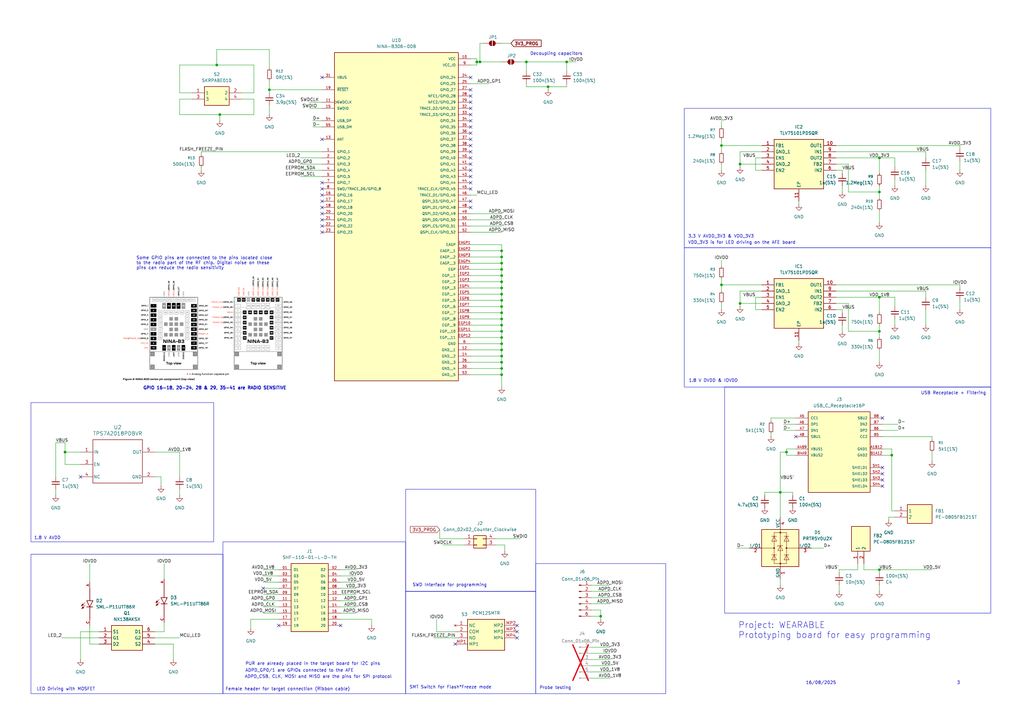
<source format=kicad_sch>
(kicad_sch (version 20250114) (generator "eeschema") (generator_version "9.0")
  (paper "A3")
  (rectangle (start 280.67 101.6) (end 406.4 158.75))
  (rectangle (start 91.44 222.25) (end 166.37 284.48))
  (rectangle (start 12.7 165.1) (end 87.63 222.25))
  (rectangle (start 166.37 242.57) (end 219.71 284.48))
  (rectangle (start 219.71 231.14) (end 273.05 284.48))
  (rectangle (start 297.18 158.75) (end 406.4 251.46))
  (rectangle (start 280.67 44.45) (end 406.4 101.6))
  (rectangle (start 166.37 200.66) (end 219.71 242.57))
  (rectangle (start 12.7 227.33) (end 91.44 284.48))
  (text "SMT Switch for Flash*Freeze mode" (at 167.894 281.94 0) (effects (font (size 1.27 1.27)) (justify left)))
  (text "Female header for target connection (Ribbon cable)\n" (at 92.456 282.702 0) (effects (font (size 1.27 1.27)) (justify left)))
  (text "ADPD_GP0/1 are GPIOs connected to the AFE" (at 100.584 275.082 0) (effects (font (size 1.27 1.27)) (justify left)))
  (text "3.3 V AVDD_3V3 & VDD_3V3" (at 282.194 97.028 0) (effects (font (size 1.27 1.27)) (justify left)))
  (text "Project: WEARABLE\nPrototyping board for easy programming\n" (at 302.768 258.572 0) (effects (font (size 2.54 2.54)) (justify left)))
  (text "PUR are already placed in the target board for I2C pins" (at 100.584 272.288 0) (effects (font (size 1.27 1.27)) (justify left)))
  (text "Some GPIO pins are connected to the pins located close\nto the radio part of the RF chip. Digital noise on these\npins can reduce the radio sensitivity" (at 55.88 107.95 0) (effects (font (size 1.27 1.27)) (justify left)))
  (text "LED Driving with MOSFET\n" (at 14.986 282.702 0) (effects (font (size 1.27 1.27)) (justify left)))
  (text "Decoupling capacitors\n" (at 217.424 22.098 0) (effects (font (size 1.27 1.27)) (justify left)))
  (text "ADPD_CSB, CLK, MOSI and MISO are the pins for SPI protocol" (at 100.33 277.622 0) (effects (font (size 1.27 1.27)) (justify left)))
  (text "3" (at 392.43 280.162 0) (effects (font (size 1.27 1.27)) (justify left)))
  (text "VDD_3V3 is for LED driving on the AFE board" (at 282.194 99.568 0) (effects (font (size 1.27 1.27)) (justify left)))
  (text "Probe testing" (at 221.234 282.194 0) (effects (font (size 1.27 1.27)) (justify left)))
  (text "1.8 V AVDD" (at 13.97 220.726 0) (effects (font (size 1.27 1.27)) (justify left)))
  (text "SWD Interface for programming" (at 169.164 240.03 0) (effects (font (size 1.27 1.27)) (justify left)))
  (text "GPIO 16-18, 20-24, 28 & 29, 35-41 are RADIO SENSITIVE" (at 58.674 159.258 0) (effects (font (size 1.27 1.27) (thickness 0.254) (bold yes)) (justify left)))
  (text "1.8 V DVDD & IOVDD" (at 282.448 156.21 0) (effects (font (size 1.27 1.27)) (justify left)))
  (text "USB Receptacle + Filtering" (at 377.698 161.29 0) (effects (font (size 1.27 1.27)) (justify left)))
  (text "16/08/2025\n" (at 330.454 280.162 0) (effects (font (size 1.27 1.27)) (justify left)))
  (junction (at 303.53 124.46))
  (junction (at 205.74 125.73))
  (junction (at 224.79 35.56))
  (junction (at 365.76 186.69))
  (junction (at 246.38 252.73))
  (junction (at 205.74 102.87))
  (junction (at 360.68 233.68))
  (junction (at 205.74 107.95))
  (junction (at 360.68 64.77))
  (junction (at 205.74 120.65))
  (junction (at 205.74 115.57))
  (junction (at 295.91 59.69))
  (junction (at 205.74 118.11))
  (junction (at 110.49 36.83))
  (junction (at 205.74 128.27))
  (junction (at 303.53 67.31))
  (junction (at 195.58 25.4))
  (junction (at 205.74 105.41))
  (junction (at 88.9 26.67))
  (junction (at 205.74 148.59))
  (junction (at 205.74 123.19))
  (junction (at 360.68 135.89))
  (junction (at 205.74 110.49))
  (junction (at 295.91 116.84))
  (junction (at 205.74 113.03))
  (junction (at 205.74 146.05))
  (junction (at 205.74 140.97))
  (junction (at 232.41 25.4))
  (junction (at 360.68 78.74))
  (junction (at 205.74 133.35))
  (junction (at 205.74 138.43))
  (junction (at 205.74 153.67))
  (junction (at 215.9 25.4))
  (junction (at 320.04 201.93))
  (junction (at 196.85 25.4))
  (junction (at 360.68 121.92))
  (junction (at 205.74 130.81))
  (junction (at 90.17 46.99))
  (junction (at 322.58 185.42))
  (junction (at 205.74 151.13))
  (junction (at 26.67 185.42))
  (junction (at 205.74 135.89))
  (junction (at 205.74 143.51))
  (no_connect (at 107.95 241.3))
  (no_connect (at 193.04 62.23))
  (no_connect (at 132.08 87.63))
  (no_connect (at 193.04 67.31))
  (no_connect (at 193.04 39.37))
  (no_connect (at 193.04 72.39))
  (no_connect (at 212.09 259.08))
  (no_connect (at 132.08 80.01))
  (no_connect (at 193.04 64.77))
  (no_connect (at 132.08 77.47))
  (no_connect (at 193.04 41.91))
  (no_connect (at 326.39 179.07))
  (no_connect (at 212.09 261.62))
  (no_connect (at 212.09 256.54))
  (no_connect (at 193.04 31.75))
  (no_connect (at 193.04 59.69))
  (no_connect (at 193.04 36.83))
  (no_connect (at 193.04 85.09))
  (no_connect (at 361.95 196.85))
  (no_connect (at 132.08 31.75))
  (no_connect (at 361.95 199.39))
  (no_connect (at 132.08 92.71))
  (no_connect (at 193.04 54.61))
  (no_connect (at 33.02 195.58))
  (no_connect (at 132.08 85.09))
  (no_connect (at 132.08 90.17))
  (no_connect (at 361.95 191.77))
  (no_connect (at 193.04 77.47))
  (no_connect (at 361.95 171.45))
  (no_connect (at 132.08 95.25))
  (no_connect (at 361.95 194.31))
  (no_connect (at 132.08 82.55))
  (no_connect (at 193.04 44.45))
  (no_connect (at 193.04 57.15))
  (no_connect (at 132.08 74.93))
  (no_connect (at 193.04 74.93))
  (no_connect (at 186.69 264.16))
  (no_connect (at 139.7 256.54))
  (no_connect (at 193.04 82.55))
  (no_connect (at 193.04 46.99))
  (no_connect (at 132.08 57.15))
  (no_connect (at 193.04 69.85))
  (no_connect (at 193.04 52.07))
  (no_connect (at 193.04 49.53))
  (no_connect (at 114.3 256.54))
  (wire (pts (xy 82.55 62.23) (xy 82.55 63.5)))
  (wire (pts (xy 193.04 34.29) (xy 200.66 34.29)))
  (wire (pts (xy 146.05 233.68) (xy 139.7 233.68)))
  (wire (pts (xy 82.55 68.58) (xy 82.55 69.85)))
  (wire (pts (xy 360.68 86.36) (xy 360.68 91.44)))
  (wire (pts (xy 193.04 100.33) (xy 205.74 100.33)))
  (wire (pts (xy 193.04 118.11) (xy 205.74 118.11)))
  (wire (pts (xy 193.04 138.43) (xy 205.74 138.43)))
  (wire (pts (xy 193.04 146.05) (xy 205.74 146.05)))
  (wire (pts (xy 146.05 248.92) (xy 139.7 248.92)))
  (wire (pts (xy 320.04 201.93) (xy 325.12 201.93)))
  (wire (pts (xy 303.53 119.38) (xy 312.42 119.38)))
  (wire (pts (xy 82.55 62.23) (xy 132.08 62.23)))
  (wire (pts (xy 325.12 201.93) (xy 325.12 203.2)))
  (wire (pts (xy 345.44 127) (xy 345.44 128.27)))
  (wire (pts (xy 205.74 115.57) (xy 205.74 118.11)))
  (wire (pts (xy 205.74 140.97) (xy 205.74 143.51)))
  (wire (pts (xy 342.9 64.77) (xy 360.68 64.77)))
  (wire (pts (xy 303.53 124.46) (xy 303.53 119.38)))
  (wire (pts (xy 193.04 120.65) (xy 205.74 120.65)))
  (wire (pts (xy 33.02 259.08) (xy 33.02 270.51)))
  (wire (pts (xy 232.41 35.56) (xy 232.41 34.29)))
  (wire (pts (xy 242.57 265.43) (xy 250.19 265.43)))
  (wire (pts (xy 312.42 69.85) (xy 309.88 69.85)))
  (wire (pts (xy 128.27 49.53) (xy 132.08 49.53)))
  (wire (pts (xy 316.23 172.72) (xy 316.23 171.45)))
  (wire (pts (xy 205.74 130.81) (xy 205.74 133.35)))
  (wire (pts (xy 312.42 127) (xy 309.88 127)))
  (wire (pts (xy 205.74 107.95) (xy 205.74 110.49)))
  (wire (pts (xy 327.66 139.7) (xy 327.66 140.97)))
  (wire (pts (xy 102.87 254) (xy 114.3 254)))
  (wire (pts (xy 327.66 82.55) (xy 327.66 83.82)))
  (wire (pts (xy 205.74 138.43) (xy 205.74 140.97)))
  (wire (pts (xy 33.02 259.08) (xy 40.64 259.08)))
  (wire (pts (xy 360.68 76.2) (xy 360.68 78.74)))
  (wire (pts (xy 382.27 185.42) (xy 382.27 189.23)))
  (wire (pts (xy 215.9 34.29) (xy 215.9 35.56)))
  (wire (pts (xy 193.04 113.03) (xy 205.74 113.03)))
  (wire (pts (xy 316.23 171.45) (xy 326.39 171.45)))
  (wire (pts (xy 205.74 17.78) (xy 209.55 17.78)))
  (wire (pts (xy 342.9 69.85) (xy 345.44 69.85)))
  (wire (pts (xy 205.74 120.65) (xy 205.74 123.19)))
  (wire (pts (xy 367.03 64.77) (xy 367.03 68.58)))
  (wire (pts (xy 242.57 250.19) (xy 246.38 250.19)))
  (wire (pts (xy 322.58 184.15) (xy 326.39 184.15)))
  (wire (pts (xy 67.31 255.27) (xy 67.31 259.08)))
  (wire (pts (xy 246.38 252.73) (xy 246.38 254)))
  (wire (pts (xy 110.49 36.83) (xy 132.08 36.83)))
  (wire (pts (xy 26.67 185.42) (xy 33.02 185.42)))
  (wire (pts (xy 309.88 69.85) (xy 309.88 64.77)))
  (wire (pts (xy 224.79 35.56) (xy 232.41 35.56)))
  (wire (pts (xy 88.9 20.32) (xy 110.49 20.32)))
  (wire (pts (xy 73.66 26.67) (xy 88.9 26.67)))
  (wire (pts (xy 25.4 261.62) (xy 40.64 261.62)))
  (wire (pts (xy 332.74 224.79) (xy 337.82 224.79)))
  (wire (pts (xy 99.06 40.64) (xy 104.14 40.64)))
  (wire (pts (xy 193.04 87.63) (xy 205.74 87.63)))
  (wire (pts (xy 67.31 231.14) (xy 67.31 237.49)))
  (wire (pts (xy 215.9 35.56) (xy 224.79 35.56)))
  (wire (pts (xy 193.04 135.89) (xy 205.74 135.89)))
  (wire (pts (xy 309.88 121.92) (xy 312.42 121.92)))
  (wire (pts (xy 205.74 110.49) (xy 205.74 113.03)))
  (wire (pts (xy 193.04 95.25) (xy 205.74 95.25)))
  (wire (pts (xy 193.04 102.87) (xy 205.74 102.87)))
  (wire (pts (xy 193.04 24.13) (xy 195.58 24.13)))
  (wire (pts (xy 360.68 64.77) (xy 360.68 71.12)))
  (wire (pts (xy 347.98 78.74) (xy 347.98 67.31)))
  (wire (pts (xy 302.26 224.79) (xy 307.34 224.79)))
  (wire (pts (xy 195.58 24.13) (xy 195.58 25.4)))
  (wire (pts (xy 342.9 62.23) (xy 379.73 62.23)))
  (wire (pts (xy 107.95 243.84) (xy 114.3 243.84)))
  (wire (pts (xy 295.91 59.69) (xy 295.91 62.23)))
  (wire (pts (xy 146.05 236.22) (xy 139.7 236.22)))
  (wire (pts (xy 40.64 264.16) (xy 36.83 264.16)))
  (wire (pts (xy 196.85 17.78) (xy 198.12 17.78)))
  (wire (pts (xy 107.95 251.46) (xy 114.3 251.46)))
  (wire (pts (xy 73.66 46.99) (xy 73.66 40.64)))
  (wire (pts (xy 205.74 102.87) (xy 205.74 105.41)))
  (wire (pts (xy 303.53 62.23) (xy 312.42 62.23)))
  (wire (pts (xy 360.68 135.89) (xy 347.98 135.89)))
  (wire (pts (xy 295.91 106.68) (xy 295.91 109.22)))
  (wire (pts (xy 104.14 26.67) (xy 104.14 38.1)))
  (wire (pts (xy 393.7 59.69) (xy 393.7 60.96)))
  (wire (pts (xy 193.04 105.41) (xy 205.74 105.41)))
  (wire (pts (xy 351.79 233.68) (xy 351.79 231.14)))
  (wire (pts (xy 193.04 148.59) (xy 205.74 148.59)))
  (wire (pts (xy 360.68 233.68) (xy 382.27 233.68)))
  (wire (pts (xy 205.74 146.05) (xy 205.74 148.59)))
  (wire (pts (xy 110.49 33.02) (xy 110.49 36.83)))
  (wire (pts (xy 361.95 173.99) (xy 368.3 173.99)))
  (wire (pts (xy 193.04 143.51) (xy 205.74 143.51)))
  (wire (pts (xy 193.04 107.95) (xy 205.74 107.95)))
  (wire (pts (xy 295.91 67.31) (xy 295.91 69.85)))
  (wire (pts (xy 342.9 116.84) (xy 393.7 116.84)))
  (wire (pts (xy 73.66 200.66) (xy 73.66 203.2)))
  (wire (pts (xy 196.85 25.4) (xy 205.74 25.4)))
  (wire (pts (xy 73.66 46.99) (xy 90.17 46.99)))
  (wire (pts (xy 107.95 246.38) (xy 114.3 246.38)))
  (wire (pts (xy 107.95 236.22) (xy 114.3 236.22)))
  (wire (pts (xy 295.91 59.69) (xy 312.42 59.69)))
  (wire (pts (xy 326.39 186.69) (xy 322.58 186.69)))
  (wire (pts (xy 242.57 270.51) (xy 250.19 270.51)))
  (wire (pts (xy 146.05 251.46) (xy 139.7 251.46)))
  (wire (pts (xy 313.69 201.93) (xy 320.04 201.93)))
  (wire (pts (xy 193.04 90.17) (xy 205.74 90.17)))
  (wire (pts (xy 22.86 200.66) (xy 22.86 203.2)))
  (wire (pts (xy 295.91 49.53) (xy 295.91 52.07)))
  (wire (pts (xy 22.86 181.61) (xy 26.67 181.61)))
  (wire (pts (xy 71.12 264.16) (xy 71.12 270.51)))
  (wire (pts (xy 342.9 119.38) (xy 379.73 119.38)))
  (wire (pts (xy 246.38 250.19) (xy 246.38 252.73)))
  (wire (pts (xy 73.66 195.58) (xy 73.66 185.42)))
  (wire (pts (xy 360.68 233.68) (xy 360.68 234.95)))
  (wire (pts (xy 379.73 62.23) (xy 379.73 64.77)))
  (wire (pts (xy 195.58 26.67) (xy 193.04 26.67)))
  (wire (pts (xy 205.74 148.59) (xy 205.74 151.13)))
  (wire (pts (xy 127 41.91) (xy 132.08 41.91)))
  (wire (pts (xy 322.58 186.69) (xy 322.58 185.42)))
  (wire (pts (xy 193.04 153.67) (xy 205.74 153.67)))
  (wire (pts (xy 107.95 248.92) (xy 114.3 248.92)))
  (wire (pts (xy 205.74 113.03) (xy 205.74 115.57)))
  (wire (pts (xy 345.44 69.85) (xy 345.44 71.12)))
  (wire (pts (xy 242.57 275.59) (xy 250.19 275.59)))
  (wire (pts (xy 361.95 179.07) (xy 382.27 179.07)))
  (wire (pts (xy 342.9 59.69) (xy 393.7 59.69)))
  (wire (pts (xy 180.34 217.17) (xy 180.34 220.98)))
  (wire (pts (xy 36.83 256.54) (xy 36.83 264.16)))
  (wire (pts (xy 193.04 130.81) (xy 205.74 130.81)))
  (wire (pts (xy 88.9 26.67) (xy 104.14 26.67)))
  (wire (pts (xy 104.14 40.64) (xy 104.14 46.99)))
  (wire (pts (xy 320.04 201.93) (xy 320.04 185.42)))
  (wire (pts (xy 242.57 242.57) (xy 250.19 242.57)))
  (wire (pts (xy 63.5 195.58) (xy 66.04 195.58)))
  (wire (pts (xy 73.66 38.1) (xy 73.66 26.67)))
  (wire (pts (xy 26.67 181.61) (xy 26.67 185.42)))
  (wire (pts (xy 110.49 43.18) (xy 110.49 46.99)))
  (wire (pts (xy 193.04 80.01) (xy 195.58 80.01)))
  (wire (pts (xy 139.7 254) (xy 152.4 254)))
  (wire (pts (xy 195.58 25.4) (xy 196.85 25.4)))
  (wire (pts (xy 393.7 116.84) (xy 393.7 118.11)))
  (wire (pts (xy 123.19 69.85) (xy 132.08 69.85)))
  (wire (pts (xy 152.4 254) (xy 152.4 256.54)))
  (wire (pts (xy 186.69 259.08) (xy 179.07 259.08)))
  (wire (pts (xy 242.57 247.65) (xy 250.19 247.65)))
  (wire (pts (xy 347.98 67.31) (xy 342.9 67.31)))
  (wire (pts (xy 193.04 133.35) (xy 205.74 133.35)))
  (wire (pts (xy 379.73 69.85) (xy 379.73 76.2)))
  (wire (pts (xy 102.87 257.81) (xy 102.87 254)))
  (wire (pts (xy 33.02 190.5) (xy 26.67 190.5)))
  (wire (pts (xy 193.04 92.71) (xy 205.74 92.71)))
  (wire (pts (xy 365.76 186.69) (xy 365.76 209.55)))
  (wire (pts (xy 146.05 238.76) (xy 139.7 238.76)))
  (wire (pts (xy 215.9 25.4) (xy 232.41 25.4)))
  (wire (pts (xy 313.69 203.2) (xy 313.69 201.93)))
  (wire (pts (xy 196.85 25.4) (xy 196.85 17.78)))
  (wire (pts (xy 364.49 212.09) (xy 367.03 212.09)))
  (wire (pts (xy 193.04 115.57) (xy 205.74 115.57)))
  (wire (pts (xy 367.03 73.66) (xy 367.03 76.2)))
  (wire (pts (xy 344.17 240.03) (xy 344.17 242.57)))
  (wire (pts (xy 193.04 140.97) (xy 205.74 140.97)))
  (wire (pts (xy 242.57 245.11) (xy 250.19 245.11)))
  (wire (pts (xy 207.01 223.52) (xy 207.01 226.06)))
  (wire (pts (xy 195.58 25.4) (xy 195.58 26.67)))
  (wire (pts (xy 110.49 38.1) (xy 110.49 36.83)))
  (wire (pts (xy 361.95 184.15) (xy 365.76 184.15)))
  (wire (pts (xy 295.91 116.84) (xy 295.91 119.38)))
  (wire (pts (xy 213.36 25.4) (xy 215.9 25.4)))
  (wire (pts (xy 177.8 261.62) (xy 186.69 261.62)))
  (wire (pts (xy 303.53 67.31) (xy 303.53 62.23)))
  (wire (pts (xy 123.19 72.39) (xy 132.08 72.39)))
  (wire (pts (xy 128.27 52.07) (xy 132.08 52.07)))
  (wire (pts (xy 295.91 57.15) (xy 295.91 59.69)))
  (wire (pts (xy 107.95 233.68) (xy 114.3 233.68)))
  (wire (pts (xy 205.74 125.73) (xy 205.74 128.27)))
  (wire (pts (xy 123.19 67.31) (xy 132.08 67.31)))
  (wire (pts (xy 88.9 26.67) (xy 88.9 20.32)))
  (wire (pts (xy 303.53 67.31) (xy 312.42 67.31)))
  (wire (pts (xy 110.49 20.32) (xy 110.49 27.94)))
  (wire (pts (xy 342.9 127) (xy 345.44 127)))
  (wire (pts (xy 360.68 133.35) (xy 360.68 135.89)))
  (wire (pts (xy 379.73 119.38) (xy 379.73 121.92)))
  (wire (pts (xy 360.68 135.89) (xy 360.68 138.43)))
  (wire (pts (xy 73.66 40.64) (xy 78.74 40.64)))
  (wire (pts (xy 360.68 78.74) (xy 360.68 81.28)))
  (wire (pts (xy 205.74 143.51) (xy 205.74 146.05)))
  (wire (pts (xy 242.57 252.73) (xy 246.38 252.73)))
  (wire (pts (xy 181.61 223.52) (xy 190.5 223.52)))
  (wire (pts (xy 63.5 259.08) (xy 67.31 259.08)))
  (wire (pts (xy 242.57 267.97) (xy 250.19 267.97)))
  (wire (pts (xy 242.57 273.05) (xy 250.19 273.05)))
  (wire (pts (xy 205.74 151.13) (xy 205.74 153.67)))
  (wire (pts (xy 36.83 231.14) (xy 36.83 238.76)))
  (wire (pts (xy 345.44 76.2) (xy 345.44 78.74)))
  (wire (pts (xy 367.03 121.92) (xy 367.03 125.73)))
  (wire (pts (xy 316.23 177.8) (xy 316.23 179.07)))
  (wire (pts (xy 146.05 243.84) (xy 139.7 243.84)))
  (wire (pts (xy 146.05 246.38) (xy 139.7 246.38)))
  (wire (pts (xy 321.31 173.99) (xy 326.39 173.99)))
  (wire (pts (xy 379.73 127) (xy 379.73 133.35)))
  (wire (pts (xy 22.86 195.58) (xy 22.86 181.61)))
  (wire (pts (xy 295.91 116.84) (xy 312.42 116.84)))
  (wire (pts (xy 344.17 234.95) (xy 344.17 233.68)))
  (wire (pts (xy 205.74 123.19) (xy 205.74 125.73)))
  (wire (pts (xy 205.74 118.11) (xy 205.74 120.65)))
  (wire (pts (xy 232.41 25.4) (xy 236.22 25.4)))
  (wire (pts (xy 205.74 128.27) (xy 205.74 130.81)))
  (wire (pts (xy 309.88 64.77) (xy 312.42 64.77)))
  (wire (pts (xy 193.04 123.19) (xy 205.74 123.19)))
  (wire (pts (xy 360.68 64.77) (xy 367.03 64.77)))
  (wire (pts (xy 90.17 46.99) (xy 104.14 46.99)))
  (wire (pts (xy 215.9 25.4) (xy 215.9 29.21)))
  (wire (pts (xy 320.04 212.09) (xy 320.04 201.93)))
  (wire (pts (xy 360.68 121.92) (xy 367.03 121.92)))
  (wire (pts (xy 321.31 176.53) (xy 326.39 176.53)))
  (wire (pts (xy 203.2 220.98) (xy 213.36 220.98)))
  (wire (pts (xy 90.17 46.99) (xy 90.17 49.53)))
  (wire (pts (xy 322.58 185.42) (xy 322.58 184.15)))
  (wire (pts (xy 360.68 143.51) (xy 360.68 148.59)))
  (wire (pts (xy 303.53 124.46) (xy 312.42 124.46)))
  (wire (pts (xy 320.04 237.49) (xy 320.04 240.03)))
  (wire (pts (xy 361.95 176.53) (xy 368.3 176.53)))
  (wire (pts (xy 63.5 261.62) (xy 73.66 261.62)))
  (wire (pts (xy 360.68 78.74) (xy 347.98 78.74)))
  (wire (pts (xy 26.67 190.5) (xy 26.67 185.42)))
  (wire (pts (xy 107.95 241.3) (xy 114.3 241.3)))
  (wire (pts (xy 393.7 66.04) (xy 393.7 69.85)))
  (wire (pts (xy 360.68 121.92) (xy 360.68 128.27)))
  (wire (pts (xy 146.05 241.3) (xy 139.7 241.3)))
  (wire (pts (xy 364.49 213.36) (xy 364.49 212.09)))
  (wire (pts (xy 303.53 68.58) (xy 303.53 67.31)))
  (wire (pts (xy 320.04 185.42) (xy 322.58 185.42)))
  (wire (pts (xy 190.5 220.98) (xy 180.34 220.98)))
  (wire (pts (xy 66.04 195.58) (xy 66.04 199.39)))
  (wire (pts (xy 127 44.45) (xy 132.08 44.45)))
  (wire (pts (xy 354.33 233.68) (xy 360.68 233.68)))
  (wire (pts (xy 361.95 186.69) (xy 365.76 186.69)))
  (wire (pts (xy 393.7 123.19) (xy 393.7 127)))
  (wire (pts (xy 345.44 133.35) (xy 345.44 135.89)))
  (wire (pts (xy 347.98 135.89) (xy 347.98 124.46)))
  (wire (pts (xy 309.88 127) (xy 309.88 121.92)))
  (wire (pts (xy 382.27 179.07) (xy 382.27 180.34)))
  (wire (pts (xy 360.68 240.03) (xy 360.68 242.57)))
  (wire (pts (xy 295.91 124.46) (xy 295.91 127)))
  (wire (pts (xy 347.98 124.46) (xy 342.9 124.46)))
  (wire (pts (xy 365.76 184.15) (xy 365.76 186.69)))
  (wire (pts (xy 193.04 128.27) (xy 205.74 128.27)))
  (wire (pts (xy 205.74 135.89) (xy 205.74 138.43)))
  (wire (pts (xy 205.74 100.33) (xy 205.74 102.87)))
  (wire (pts (xy 205.74 133.35) (xy 205.74 135.89)))
  (wire (pts (xy 73.66 185.42) (xy 63.5 185.42)))
  (wire (pts (xy 303.53 125.73) (xy 303.53 124.46)))
  (wire (pts (xy 224.79 35.56) (xy 224.79 36.83)))
  (wire (pts (xy 123.19 64.77) (xy 132.08 64.77)))
  (wire (pts (xy 295.91 114.3) (xy 295.91 116.84)))
  (wire (pts (xy 203.2 223.52) (xy 207.01 223.52)))
  (wire (pts (xy 193.04 110.49) (xy 205.74 110.49)))
  (wire (pts (xy 179.07 254) (xy 179.07 259.08)))
  (wire (pts (xy 367.03 130.81) (xy 367.03 133.35)))
  (wire (pts (xy 78.74 38.1) (xy 73.66 38.1)))
  (wire (pts (xy 242.57 240.03) (xy 250.19 240.03)))
  (wire (pts (xy 354.33 231.14) (xy 354.33 233.68)))
  (wire (pts (xy 205.74 105.41) (xy 205.74 107.95)))
  (wire (pts (xy 342.9 121.92) (xy 360.68 121.92)))
  (wire (pts (xy 205.74 153.67) (xy 205.74 158.75)))
  (wire (pts (xy 344.17 233.68) (xy 351.79 233.68)))
  (wire (pts (xy 242.57 278.13) (xy 250.19 278.13)))
  (wire (pts (xy 193.04 125.73) (xy 205.74 125.73)))
  (wire (pts (xy 63.5 264.16) (xy 71.12 264.16)))
  (wire (pts (xy 107.95 238.76) (xy 114.3 238.76)))
  (wire (pts (xy 232.41 25.4) (xy 232.41 29.21)))
  (wire (pts (xy 367.03 209.55) (xy 365.76 209.55)))
  (wire (pts (xy 104.14 38.1) (xy 99.06 38.1)))
  (wire (pts (xy 193.04 151.13) (xy 205.74 151.13)))
  (image (at 84.836 134.62) (scale 0.259656))
  (label "VDD_3V3" (at 146.05 241.3 0))
  (label "IOVDD" (at 179.07 254 0))
  (label "SWDCLK" (at 181.61 223.52 0))
  (label "ADPD_GP1" (at 200.66 34.29 0))
  (label "IOVDD" (at 67.31 231.14 0))
  (label "VDD_3V3" (at 250.19 265.43 0))
  (label "EEPROM_SDA" (at 107.95 243.84 0))
  (label "FLASH_FREEZE_PIN" (at 82.55 62.23 0))
  (label "LED_2" (at 123.19 64.77 180))
  (label "D+" (at 368.3 176.53 0))
  (label "D-" (at 302.26 224.79 0))
  (label "VBUS'" (at 320.04 196.85 0))
  (label "ADPD_MISO" (at 146.05 251.46 0))
  (label "ADPD_MOSI" (at 107.95 251.46 0))
  (label "ADPD_CLK" (at 107.95 248.92 0))
  (label "VBUS" (at 360.68 233.68 0))
  (label "VBUS" (at 345.44 127 0))
  (label "VDD_1V8" (at 360.68 121.92 0))
  (label "MCU_LED" (at 195.58 80.01 0))
  (label "AVDD_1V8" (at 250.19 278.13 0))
  (label "ADPD_CSB" (at 205.74 92.71 0))
  (label "IOVDD" (at 36.83 231.14 0))
  (label "VDD_5V" (at 107.95 238.76 0))
  (label "D+" (at 337.82 224.79 0))
  (label "ADPD_GP1" (at 146.05 246.38 0))
  (label "VBUS" (at 375.92 62.23 0))
  (label "ADPD_MISO" (at 250.19 247.65 0))
  (label "ADPD_GP0" (at 123.19 67.31 0))
  (label "ADPD_CSB" (at 146.05 248.92 0))
  (label "VBUS" (at 309.88 64.77 180))
  (label "IOVDD" (at 393.7 116.84 0))
  (label "ADPD_MOSI" (at 205.74 87.63 0))
  (label "VBUS" (at 345.44 69.85 0))
  (label "ADPD_MOSI" (at 250.19 240.03 0))
  (label "D+" (at 128.27 49.53 0))
  (label "VDD_3V3" (at 360.68 64.77 0))
  (label "AVDD_3V3" (at 393.7 59.69 0))
  (label "EEPROM_SCL" (at 146.05 243.84 0))
  (label "IOVDD" (at 295.91 106.68 0))
  (label "VDD_5V" (at 382.27 233.68 0))
  (label "VDD_1V8" (at 250.19 275.59 0))
  (label "VDD_5V" (at 250.19 273.05 0))
  (label "SWDIO" (at 127 44.45 0))
  (label "D-" (at 128.27 52.07 0))
  (label "ADPD_GP0" (at 107.95 246.38 0))
  (label "ADPD_CLK" (at 205.74 90.17 0))
  (label "VBUS" (at 309.88 121.92 180))
  (label "AVDD_1V8" (at 107.95 233.68 0))
  (label "AVDD_3V3" (at 250.19 270.51 0))
  (label "VBUS" (at 375.92 119.38 0))
  (label "SWDCLK" (at 127 41.91 0))
  (label "IOVDD" (at 236.22 25.4 0))
  (label "VDD_1V8" (at 107.95 236.22 0))
  (label "ADPD_CSB" (at 250.19 245.11 0))
  (label "ADPD_MISO" (at 205.74 95.25 0))
  (label "D-" (at 321.31 176.53 0))
  (label "AVDD_3V3" (at 146.05 233.68 0))
  (label "ADPD_CLK" (at 250.19 242.57 0))
  (label "LED_2" (at 25.4 261.62 180))
  (label "EEPROM_SDA" (at 123.19 69.85 0))
  (label "AVDD_1V8" (at 73.66 185.42 0))
  (label "IOVDD" (at 146.05 236.22 0))
  (label "AVDD_3V3" (at 295.91 49.591 0))
  (label "VDD_5V" (at 146.05 238.76 0))
  (label "VBUS" (at 22.86 181.61 0))
  (label "MCU_LED" (at 73.66 261.62 0))
  (label "EEPROM_SCL" (at 123.19 72.39 0))
  (label "VBUS'" (at 344.17 233.68 180))
  (label "SWDIO" (at 213.36 220.98 0))
  (label "IOVDD" (at 250.19 267.97 0))
  (label "D+" (at 321.31 173.99 0))
  (label "D-" (at 368.3 173.99 0))
  (label "FLASH_FREEZE_PIN" (at 177.8 261.62 0))
  (global_label "3V3_PROG" (shape input) (at 209.55 17.78 0) (effects (font (thickness 0.254) (bold yes))) (property "Intersheetrefs" "${INTERSHEET_REFS}" (effects (hide yes))))
  (global_label "3V3_PROG" (shape input) (at 180.34 217.17 180) (effects (font (thickness 0.1588))) (property "Intersheetrefs" "${INTERSHEET_REFS}" (effects (hide yes))))
  (symbol (lib_id "power:GND") (at 360.68 148.59 0) (unit 1)
    (property "Reference" "#PWR020" (effects (hide yes)))
    (property "Value" "GND" (at 360.68 153.67 0))
    (property "Description" "Power symbol creates a global label with name \"GND\" , ground" (effects (hide yes)))
  )
  (symbol (lib_id "Device:R_Small") (at 382.27 182.88 180) (unit 1)
    (property "Reference" "R1" (at 384.81 181.6099 0) (effects (font (size 1.016 1.016)) (justify right)))
    (property "Value" "5k1(1%)" (at 384.81 184.1499 0) (effects (justify right)))
    (property "Footprint" "Resistor_SMD:R_0402_1005Metric" (effects (hide yes)))
    (property "Description" "Resistor, small symbol" (effects (hide yes)))
  )
  (symbol (lib_id "power:GND") (at 327.66 140.97 0) (unit 1)
    (property "Reference" "#PWR021" (effects (hide yes)))
    (property "Value" "GND" (at 327.66 146.05 0))
    (property "Description" "Power symbol creates a global label with name \"GND\" , ground" (effects (hide yes)))
  )
  (symbol (lib_id "Device:R_Small") (at 360.68 140.97 0) (mirror y) (unit 1)
    (property "Reference" "R6" (at 358.14 139.6999 0) (effects (font (size 1.016 1.016)) (justify left)))
    (property "Value" "330k(1%)" (at 358.14 142.2399 0) (effects (justify left)))
    (property "Footprint" "Resistor_SMD:R_0402_1005Metric" (effects (hide yes)))
    (property "Description" "Resistor, small symbol" (effects (hide yes)))
  )
  (symbol (lib_id "Device:R_Small") (at 110.49 30.48 180) (unit 1)
    (property "Reference" "R12" (at 113.03 29.2099 0) (effects (font (size 1.016 1.016)) (justify right)))
    (property "Value" "0R(1%)" (at 113.03 31.7499 0) (effects (justify right)))
    (property "Footprint" "Resistor_SMD:R_0402_1005Metric" (effects (hide yes)))
    (property "Description" "Resistor, small symbol" (effects (hide yes)))
  )
  (symbol (lib_id "power:GND") (at 295.91 69.85 0) (unit 1)
    (property "Reference" "#PWR028" (effects (hide yes)))
    (property "Value" "GND" (at 295.91 74.93 0))
    (property "Description" "Power symbol creates a global label with name \"GND\" , ground" (effects (hide yes)))
  )
  (symbol (lib_id "power:GND") (at 360.68 91.44 0) (unit 1)
    (property "Reference" "#PWR032" (effects (hide yes)))
    (property "Value" "GND" (at 360.68 96.52 0))
    (property "Description" "Power symbol creates a global label with name \"GND\" , ground" (effects (hide yes)))
  )
  (symbol (lib_id "wearable:USB_C_Receptacle16P") (at 344.17 184.15 0) (unit 1)
    (property "Reference" "J3" (at 344.17 163.83 0))
    (property "Value" "USB_C_Receptacle16P" (at 344.17 166.37 0))
    (property "Footprint" "wearable:USB_C_Receptacle16P_Molex" (effects (hide yes)))
    (property "PARTREV" "A1" (effects (hide yes)))
    (property "STANDARD" "Manufacturer Recommendations" (effects (hide yes)))
    (property "MAXIMUM_PACKAGE_HEIGHT" "3.16 mm" (effects (hide yes)))
    (property "MANUFACTURER" "Molex" (effects (hide yes)))
  )
  (symbol (lib_id "Device:C_Small") (at 110.49 40.64 0) (unit 1)
    (property "Reference" "C34" (at 113.03 39.3762 0) (effects (justify left)))
    (property "Value" "3.9p(5%)" (at 113.03 41.9162 0) (effects (justify left)))
    (property "Footprint" "Capacitor_SMD:C_0402_1005Metric" (effects (hide yes)))
    (property "Description" "Unpolarized capacitor, small symbol" (effects (hide yes)))
  )
  (symbol (lib_id "power:GND") (at 325.12 208.28 0) (unit 1)
    (property "Reference" "#PWR07" (effects (hide yes)))
    (property "Value" "GND" (at 325.12 213.36 0))
    (property "Description" "Power symbol creates a global label with name \"GND\" , ground" (effects (hide yes)))
  )
  (symbol (lib_id "Device:C_Small") (at 367.03 71.12 180) (unit 1)
    (property "Reference" "C16" (at 369.316 70.866 0) (effects (justify right)))
    (property "Value" "1u(5%)" (at 368.554 73.406 0) (effects (justify right)))
    (property "Footprint" "Capacitor_SMD:C_0402_1005Metric" (effects (hide yes)))
    (property "Description" "Unpolarized capacitor, small symbol" (effects (hide yes)))
  )
  (symbol (lib_id "Device:R_Small") (at 295.91 64.77 0) (mirror y) (unit 1)
    (property "Reference" "R8" (at 293.37 63.4999 0) (effects (font (size 1.016 1.016)) (justify left)))
    (property "Value" "240k(1%)" (at 293.37 66.0399 0) (effects (justify left)))
    (property "Footprint" "Resistor_SMD:R_0402_1005Metric" (effects (hide yes)))
    (property "Description" "Resistor, small symbol" (effects (hide yes)))
  )
  (symbol (lib_id "Device:R_Small") (at 360.68 83.82 0) (mirror y) (unit 1)
    (property "Reference" "R10" (at 358.14 82.5499 0) (effects (font (size 1.016 1.016)) (justify left)))
    (property "Value" "240k(1%)" (at 358.14 85.0899 0) (effects (justify left)))
    (property "Footprint" "Resistor_SMD:R_0402_1005Metric" (effects (hide yes)))
    (property "Description" "Resistor, small symbol" (effects (hide yes)))
  )
  (symbol (lib_id "wearable:TLV75101PDSQR") (at 312.42 59.69 0) (unit 1)
    (property "Reference" "IC2" (at 327.66 52.07 0))
    (property "Value" "TLV75101PDSQR" (at 327.66 54.61 0))
    (property "Footprint" "wearable:SON40P200X200X80-11N" (effects (hide yes)))
    (property "Datasheet" "http://www.ti.com/lit/gpn/tlv751?HQS=ti-null-null-sf-df-pf-sep-wwe&DCM=yes" (effects (hide yes)))
    (property "Description" "LDO Voltage Regulators 500-mA, low-IQ, high-PSRR, adjustable, dual-channel low-dropout (LDO) voltage regulator 10-WSON -40 to 125" (effects (hide yes)))
    (property "Height" "0.8" (effects (hide yes)))
    (property "Mouser Part Number" "595-TLV75101PDSQR" (effects (hide yes)))
    (property "Mouser Price/Stock" "https://www.mouser.co.uk/ProductDetail/Texas-Instruments/TLV75101PDSQR?qs=xZ%2FP%252Ba9zWqZ7RBgmVhrm%2Fg%3D%3D" (effects (hide yes)))
    (property "Manufacturer_Name" "Texas Instruments" (effects (hide yes)))
    (property "Manufacturer_Part_Number" "TLV75101PDSQR" (effects (hide yes)))
  )
  (symbol (lib_id "Device:R_Small") (at 295.91 54.61 0) (mirror y) (unit 1)
    (property "Reference" "R7" (at 293.37 53.3399 0) (effects (font (size 1.016 1.016)) (justify left)))
    (property "Value" "1.2Meg(1%)" (at 293.37 55.8799 0) (effects (justify left)))
    (property "Footprint" "Resistor_SMD:R_0402_1005Metric" (effects (hide yes)))
    (property "Description" "Resistor, small symbol" (effects (hide yes)))
  )
  (symbol (lib_id "Jumper:SolderJumper_2_Open") (at 201.93 17.78 0) (unit 1) (in_bom no)
    (property "Reference" "JP1" (at 202.184 15.24 0))
    (property "Value" "SolderJumper_2_Open" (effects (hide yes)))
    (property "Footprint" "Jumper:SolderJumper-2_P1.3mm_Open_RoundedPad1.0x1.5mm" (effects (hide yes)))
    (property "Description" "Solder Jumper, 2-pole, open" (effects (hide yes)))
  )
  (symbol (lib_id "wearable:PE-0805FB121ST") (at 367.03 209.55 0) (unit 1)
    (property "Reference" "FB1" (at 383.54 209.5499 0) (effects (justify left)))
    (property "Value" "PE-0805FB121ST" (at 383.54 212.0899 0) (effects (justify left)))
    (property "Footprint" "wearable:BEADC2112X105N" (effects (hide yes)))
    (property "Datasheet" "https://www.mouser.in/datasheet/2/447/WC706-2904245.pdf" (effects (hide yes)))
    (property "Description" "Ferrite Beads 0805 120Ohms SMT FERRITE CHIP BEAD" (effects (hide yes)))
    (property "Height" "1.05" (effects (hide yes)))
    (property "Mouser Part Number" "673-PE-0805FB121ST" (effects (hide yes)))
    (property "Mouser Price/Stock" "https://www.mouser.co.uk/ProductDetail/Pulse-Electronics/PE-0805FB121ST?qs=mXcQpiKXIAzIWj1nZUkcag%3D%3D" (effects (hide yes)))
    (property "Manufacturer_Name" "PULSE" (effects (hide yes)))
    (property "Manufacturer_Part_Number" "PE-0805FB121ST" (effects (hide yes)))
  )
  (symbol (lib_id "power:GND") (at 66.04 199.39 0) (unit 1)
    (property "Reference" "#PWR015" (effects (hide yes)))
    (property "Value" "GND" (at 66.04 204.47 0))
    (property "Description" "Power symbol creates a global label with name \"GND\" , ground" (effects (hide yes)))
  )
  (symbol (lib_id "power:GND") (at 295.91 127 0) (unit 1)
    (property "Reference" "#PWR018" (effects (hide yes)))
    (property "Value" "GND" (at 295.91 132.08 0))
    (property "Description" "Power symbol creates a global label with name \"GND\" , ground" (effects (hide yes)))
  )
  (symbol (lib_id "Device:R_Small") (at 360.68 73.66 0) (mirror y) (unit 1)
    (property "Reference" "R9" (at 358.14 72.3899 0) (effects (font (size 1.016 1.016)) (justify left)))
    (property "Value" "1.2Meg(1%)" (at 358.14 74.9299 0) (effects (justify left)))
    (property "Footprint" "Resistor_SMD:R_0402_1005Metric" (effects (hide yes)))
    (property "Description" "Resistor, small symbol" (effects (hide yes)))
  )
  (symbol (lib_id "Jumper:SolderJumper_2_Open") (at 209.55 25.4 0) (unit 1) (in_bom no)
    (property "Reference" "JP2" (at 209.804 22.86 0))
    (property "Value" "SolderJumper_2_Open" (effects (hide yes)))
    (property "Footprint" "Jumper:SolderJumper-2_P1.3mm_Open_RoundedPad1.0x1.5mm" (effects (hide yes)))
    (property "Description" "Solder Jumper, 2-pole, open" (effects (hide yes)))
  )
  (symbol (lib_id "power:GND") (at 73.66 203.2 0) (unit 1)
    (property "Reference" "#PWR016" (effects (hide yes)))
    (property "Value" "GND" (at 73.66 208.28 0))
    (property "Description" "Power symbol creates a global label with name \"GND\" , ground" (effects (hide yes)))
  )
  (symbol (lib_id "Device:C_Small") (at 393.7 63.5 180) (unit 1)
    (property "Reference" "C18" (at 395.986 63.246 0) (effects (justify right)))
    (property "Value" "1u(5%)" (at 395.224 65.786 0) (effects (justify right)))
    (property "Footprint" "Capacitor_SMD:C_0402_1005Metric" (effects (hide yes)))
    (property "Description" "Unpolarized capacitor, small symbol" (effects (hide yes)))
  )
  (symbol (lib_id "power:GND") (at 367.03 133.35 0) (unit 1)
    (property "Reference" "#PWR023" (effects (hide yes)))
    (property "Value" "GND" (at 367.03 138.43 0))
    (property "Description" "Power symbol creates a global label with name \"GND\" , ground" (effects (hide yes)))
  )
  (symbol (lib_id "Device:C_Small") (at 215.9 31.75 0) (unit 1)
    (property "Reference" "C32" (at 218.44 30.4862 0) (effects (justify left)))
    (property "Value" "100n(5%)" (at 218.44 33.0262 0) (effects (justify left)))
    (property "Footprint" "Capacitor_SMD:C_0402_1005Metric" (effects (hide yes)))
    (property "Description" "Unpolarized capacitor, small symbol" (effects (hide yes)))
  )
  (symbol (lib_id "wearable:SHF-110-01-L-D-TH") (at 127 246.38 0) (unit 1)
    (property "Reference" "J1" (at 127 226.06 0))
    (property "Value" "SHF-110-01-L-D-TH" (at 127 228.6 0))
    (property "Footprint" "wearable:SAMTEC_SHF-110-01-L-D-TH" (effects (hide yes)))
    (property "PARTREV" "R" (effects (hide yes)))
    (property "MANUFACTURER" "Samtec Inc." (effects (hide yes)))
    (property "STANDARD" "Manufacturer Recommendations" (effects (hide yes)))
  )
  (symbol (lib_id "power:GND") (at 382.27 189.23 0) (unit 1)
    (property "Reference" "#PWR04" (effects (hide yes)))
    (property "Value" "GND" (at 382.27 194.31 0))
    (property "Description" "Power symbol creates a global label with name \"GND\" , ground" (effects (hide yes)))
  )
  (symbol (lib_id "Device:C_Small") (at 232.41 31.75 0) (unit 1)
    (property "Reference" "C33" (at 234.95 30.4862 0) (effects (justify left)))
    (property "Value" "100n(5%)" (at 234.95 33.0262 0) (effects (justify left)))
    (property "Footprint" "Capacitor_SMD:C_0402_1005Metric" (effects (hide yes)))
    (property "Description" "Unpolarized capacitor, small symbol" (effects (hide yes)))
  )
  (symbol (lib_id "power:GND") (at 102.87 257.81 0) (unit 1)
    (property "Reference" "#PWR01" (effects (hide yes)))
    (property "Value" "GND" (at 102.87 262.89 0))
    (property "Description" "Power symbol creates a global label with name \"GND\" , ground" (effects (hide yes)))
  )
  (symbol (lib_id "power:GND") (at 224.79 36.83 0) (unit 1)
    (property "Reference" "#PWR042" (effects (hide yes)))
    (property "Value" "GND" (at 224.79 41.91 0))
    (property "Description" "Power symbol creates a global label with name \"GND\" , ground" (effects (hide yes)))
  )
  (symbol (lib_id "power:GND") (at 320.04 240.03 0) (unit 1)
    (property "Reference" "#PWR06" (effects (hide yes)))
    (property "Value" "GND" (at 320.04 245.11 0))
    (property "Description" "Power symbol creates a global label with name \"GND\" , ground" (effects (hide yes)))
  )
  (symbol (lib_id "power:GND") (at 364.49 213.36 0) (unit 1)
    (property "Reference" "#PWR09" (effects (hide yes)))
    (property "Value" "GND" (at 364.49 218.44 0))
    (property "Description" "Power symbol creates a global label with name \"GND\" , ground" (effects (hide yes)))
  )
  (symbol (lib_id "wearable:NINA-B306-00B") (at 162.56 64.77 0) (unit 1)
    (property "Reference" "U10" (at 162.56 16.51 0))
    (property "Value" "NINA-B306-00B" (at 162.56 19.05 0))
    (property "Footprint" "wearable:XCVR_NINA-B306-00B" (effects (hide yes)))
    (property "PARTREV" "R07" (effects (hide yes)))
    (property "MANUFACTURER" "UBLOX" (effects (hide yes)))
    (property "MAXIMUM_PACKAGE_HEIGHT" "2.23mm" (effects (hide yes)))
    (property "STANDARD" "Manufacturer Recommendations" (effects (hide yes)))
  )
  (symbol (lib_id "power:GND") (at 345.44 78.74 0) (unit 1)
    (property "Reference" "#PWR031" (effects (hide yes)))
    (property "Value" "GND" (at 345.44 83.82 0))
    (property "Description" "Power symbol creates a global label with name \"GND\" , ground" (effects (hide yes)))
  )
  (symbol (lib_id "Device:C_Small") (at 393.7 120.65 180) (unit 1)
    (property "Reference" "C12" (at 395.986 120.396 0) (effects (justify right)))
    (property "Value" "1u(5%)" (at 395.224 122.936 0) (effects (justify right)))
    (property "Footprint" "Capacitor_SMD:C_0402_1005Metric" (effects (hide yes)))
    (property "Description" "Unpolarized capacitor, small symbol" (effects (hide yes)))
  )
  (symbol (lib_id "Power_Protection:PRTR5V0U2X") (at 320.04 224.79 0) (unit 1)
    (property "Reference" "D1" (at 335.28 218.3698 0))
    (property "Value" "PRTR5V0U2X" (at 335.28 220.9098 0))
    (property "Footprint" "Package_TO_SOT_SMD:SOT-143" (effects (hide yes)))
    (property "Datasheet" "https://assets.nexperia.com/documents/data-sheet/PRTR5V0U2X.pdf" (effects (hide yes)))
    (property "Description" "Ultra low capacitance double rail-to-rail ESD protection diode, SOT-143" (effects (hide yes)))
  )
  (symbol (lib_id "power:GND") (at 393.7 69.85 0) (unit 1)
    (property "Reference" "#PWR035" (effects (hide yes)))
    (property "Value" "GND" (at 393.7 74.93 0))
    (property "Description" "Power symbol creates a global label with name \"GND\" , ground" (effects (hide yes)))
  )
  (symbol (lib_id "power:GND") (at 205.74 158.75 0) (unit 1)
    (property "Reference" "#PWR041" (effects (hide yes)))
    (property "Value" "GND" (at 205.74 163.83 0))
    (property "Description" "Power symbol creates a global label with name \"GND\" , ground" (effects (hide yes)))
  )
  (symbol (lib_id "wearable:TPS7A2018PDBVR") (at 33.02 185.42 0) (unit 1)
    (property "Reference" "U2" (at 48.26 175.26 0) (effects (font (size 1.524 1.524))))
    (property "Value" "TPS7A2018PDBVR" (at 48.26 177.8 0) (effects (font (size 1.524 1.524))))
    (property "Footprint" "wearable:DBV0005A-IPC_A" (effects (hide yes)))
    (property "Datasheet" "https://www.ti.com/lit/gpn/tps7a20" (effects (hide yes)))
  )
  (symbol (lib_id "wearable:PE-0805FB121ST") (at 351.79 231.14 90) (unit 1)
    (property "Reference" "FB2" (at 358.14 219.7099 90) (effects (justify right)))
    (property "Value" "PE-0805FB121ST" (at 358.14 222.2499 90) (effects (justify right)))
    (property "Footprint" "wearable:BEADC2112X105N" (effects (hide yes)))
    (property "Datasheet" "https://www.mouser.in/datasheet/2/447/WC706-2904245.pdf" (effects (hide yes)))
    (property "Description" "Ferrite Beads 0805 120Ohms SMT FERRITE CHIP BEAD" (effects (hide yes)))
    (property "Height" "1.05" (effects (hide yes)))
    (property "Mouser Part Number" "673-PE-0805FB121ST" (effects (hide yes)))
    (property "Mouser Price/Stock" "https://www.mouser.co.uk/ProductDetail/Pulse-Electronics/PE-0805FB121ST?qs=mXcQpiKXIAzIWj1nZUkcag%3D%3D" (effects (hide yes)))
    (property "Manufacturer_Name" "PULSE" (effects (hide yes)))
    (property "Manufacturer_Part_Number" "PE-0805FB121ST" (effects (hide yes)))
  )
  (symbol (lib_id "wearable:PCM12SMTR") (at 186.69 256.54 0) (unit 1)
    (property "Reference" "S3" (at 190.5 251.968 0))
    (property "Value" "PCM12SMTR" (at 199.39 251.46 0))
    (property "Footprint" "wearable:PCM12SMTR" (effects (hide yes)))
    (property "Datasheet" "https://www.ckswitches.com/media/1424/pcm.pdf" (effects (hide yes)))
    (property "Description" "Slide Switches 0.3A SPDT ON-ON" (effects (hide yes)))
    (property "Height" "1.4" (effects (hide yes)))
    (property "Mouser Part Number" "611-PCM12SMTR" (effects (hide yes)))
    (property "Mouser Price/Stock" "https://www.mouser.co.uk/ProductDetail/CK/PCM12SMTR?qs=mfFuHy8STfL3qrPSfCHA7w%3D%3D" (effects (hide yes)))
    (property "Manufacturer_Name" "C & K COMPONENTS" (effects (hide yes)))
    (property "Manufacturer_Part_Number" "PCM12SMTR" (effects (hide yes)))
  )
  (symbol (lib_id "wearable:SKRPABE010") (at 78.74 38.1 0) (unit 1)
    (property "Reference" "S2" (at 88.9 30.48 0))
    (property "Value" "SKRPABE010" (at 88.9 33.02 0))
    (property "Footprint" "wearable:SKRPABE010" (effects (hide yes)))
    (property "Datasheet" "https://tech.alpsalpine.com/e/products/detail/SKRPABE010/" (effects (hide yes)))
    (property "Description" "Switch Tactile N.O. SPST Button J-Bend 0.05A 16VDC 1.57N SMD Automotive T/R" (effects (hide yes)))
    (property "Height" "2.5" (effects (hide yes)))
    (property "Mouser Part Number" "688-SKRPAB" (effects (hide yes)))
    (property "Mouser Price/Stock" "https://www.mouser.co.uk/ProductDetail/Alps-Alpine/SKRPABE010?qs=m0BA540hBPe1GpcSf%2FZ5Yw%3D%3D" (effects (hide yes)))
    (property "Manufacturer_Name" "ALPS Electric" (effects (hide yes)))
    (property "Manufacturer_Part_Number" "SKRPABE010" (effects (hide yes)))
  )
  (symbol (lib_id "Device:C_Small") (at 379.73 124.46 180) (unit 1)
    (property "Reference" "C9" (at 382.27 123.1835 0) (effects (justify right)))
    (property "Value" "1u(5%)" (at 382.27 125.7235 0) (effects (justify right)))
    (property "Footprint" "Capacitor_SMD:C_0402_1005Metric" (effects (hide yes)))
    (property "Description" "Unpolarized capacitor, small symbol" (effects (hide yes)))
  )
  (symbol (lib_id "Device:C_Small") (at 22.86 198.12 180) (unit 1)
    (property "Reference" "C7" (at 25.4 196.8435 0) (effects (justify right)))
    (property "Value" "1u(5%)" (at 25.4 199.3835 0) (effects (justify right)))
    (property "Footprint" "Capacitor_SMD:C_0402_1005Metric" (effects (hide yes)))
    (property "Description" "Unpolarized capacitor, small symbol" (effects (hide yes)))
  )
  (symbol (lib_id "power:GND") (at 379.73 133.35 0) (unit 1)
    (property "Reference" "#PWR017" (effects (hide yes)))
    (property "Value" "GND" (at 379.73 138.43 0))
    (property "Description" "Power symbol creates a global label with name \"GND\" , ground" (effects (hide yes)))
  )
  (symbol (lib_id "power:GND") (at 33.02 270.51 0) (unit 1)
    (property "Reference" "#PWR045" (effects (hide yes)))
    (property "Value" "GND" (at 33.02 275.59 0))
    (property "Description" "Power symbol creates a global label with name \"GND\" , ground" (effects (hide yes)))
  )
  (symbol (lib_id "wearable:TLV75101PDSQR") (at 312.42 116.84 0) (unit 1)
    (property "Reference" "IC1" (at 327.66 109.22 0))
    (property "Value" "TLV75101PDSQR" (at 327.66 111.76 0))
    (property "Footprint" "wearable:SON40P200X200X80-11N" (effects (hide yes)))
    (property "Datasheet" "http://www.ti.com/lit/gpn/tlv751?HQS=ti-null-null-sf-df-pf-sep-wwe&DCM=yes" (effects (hide yes)))
    (property "Description" "LDO Voltage Regulators 500-mA, low-IQ, high-PSRR, adjustable, dual-channel low-dropout (LDO) voltage regulator 10-WSON -40 to 125" (effects (hide yes)))
    (property "Height" "0.8" (effects (hide yes)))
    (property "Mouser Part Number" "595-TLV75101PDSQR" (effects (hide yes)))
    (property "Mouser Price/Stock" "https://www.mouser.co.uk/ProductDetail/Texas-Instruments/TLV75101PDSQR?qs=xZ%2FP%252Ba9zWqZ7RBgmVhrm%2Fg%3D%3D" (effects (hide yes)))
    (property "Manufacturer_Name" "Texas Instruments" (effects (hide yes)))
    (property "Manufacturer_Part_Number" "TLV75101PDSQR" (effects (hide yes)))
  )
  (symbol (lib_id "Device:R_Small") (at 360.68 130.81 0) (mirror y) (unit 1)
    (property "Reference" "R5" (at 358.14 129.5399 0) (effects (font (size 1.016 1.016)) (justify left)))
    (property "Value" "750k(1%)" (at 358.14 132.0799 0) (effects (justify left)))
    (property "Footprint" "Resistor_SMD:R_0402_1005Metric" (effects (hide yes)))
    (property "Description" "Resistor, small symbol" (effects (hide yes)))
  )
  (symbol (lib_id "power:GND") (at 303.53 68.58 0) (unit 1)
    (property "Reference" "#PWR029" (effects (hide yes)))
    (property "Value" "GND" (at 303.53 73.66 0))
    (property "Description" "Power symbol creates a global label with name \"GND\" , ground" (effects (hide yes)))
  )
  (symbol (lib_id "power:GND") (at 110.49 46.99 0) (unit 1)
    (property "Reference" "#PWR043" (effects (hide yes)))
    (property "Value" "GND" (at 110.49 52.07 0))
    (property "Description" "Power symbol creates a global label with name \"GND\" , ground" (effects (hide yes)))
  )
  (symbol (lib_id "power:GND") (at 303.53 125.73 0) (unit 1)
    (property "Reference" "#PWR019" (effects (hide yes)))
    (property "Value" "GND" (at 303.53 130.81 0))
    (property "Description" "Power symbol creates a global label with name \"GND\" , ground" (effects (hide yes)))
  )
  (symbol (lib_id "Device:R_Small") (at 295.91 111.76 0) (mirror y) (unit 1)
    (property "Reference" "R3" (at 293.37 110.4899 0) (effects (font (size 1.016 1.016)) (justify left)))
    (property "Value" "750k(1%)" (at 293.37 113.0299 0) (effects (justify left)))
    (property "Footprint" "Resistor_SMD:R_0402_1005Metric" (effects (hide yes)))
    (property "Description" "Resistor, small symbol" (effects (hide yes)))
  )
  (symbol (lib_id "Device:R_Small") (at 82.55 66.04 0) (mirror x) (unit 1)
    (property "Reference" "R13" (at 80.01 64.7699 0) (effects (font (size 1.016 1.016)) (justify right)))
    (property "Value" "500k(1%)" (at 80.01 67.3099 0) (effects (justify right)))
    (property "Footprint" "Resistor_SMD:R_0402_1005Metric" (effects (hide yes)))
    (property "Description" "Resistor, small symbol" (effects (hide yes)))
  )
  (symbol (lib_id "power:GND") (at 82.55 69.85 0) (mirror y) (unit 1)
    (property "Reference" "#PWR047" (effects (hide yes)))
    (property "Value" "GND" (at 82.55 74.93 0))
    (property "Description" "Power symbol creates a global label with name \"GND\" , ground" (effects (hide yes)))
  )
  (symbol (lib_id "Connector_Generic:Conn_02x02_Counter_Clockwise") (at 195.58 220.98 0) (unit 1)
    (property "Reference" "J2" (at 196.85 214.63 0))
    (property "Value" "Conn_02x02_Counter_Clockwise" (at 196.85 217.17 0))
    (property "Footprint" "Connector_PinHeader_1.27mm:PinHeader_2x02_P1.27mm_Vertical" (effects (hide yes)))
    (property "Description" "Generic connector, double row, 02x02, counter clockwise pin numbering scheme (similar to DIP package numbering), script generated (kicad-library-utils/schlib/autogen/connector/)" (effects (hide yes)))
  )
  (symbol (lib_id "Connector:Conn_01x06_Pin") (at 237.49 270.51 0) (unit 1) (dnp yes)
    (property "Reference" "J4" (at 238.76 259.842 0))
    (property "Value" "Conn_01x06_Pin" (at 238.125 262.89 0))
    (property "Footprint" "Connector_PinHeader_1.27mm:PinHeader_1x06_P1.27mm_Vertical" (effects (hide yes)))
    (property "Description" "Generic connector, single row, 01x06, script generated" (effects (hide yes)))
  )
  (symbol (lib_id "Device:R_Small") (at 295.91 121.92 0) (mirror y) (unit 1)
    (property "Reference" "R4" (at 293.37 120.6499 0) (effects (font (size 1.016 1.016)) (justify left)))
    (property "Value" "330k(1%)" (at 293.37 123.1899 0) (effects (justify left)))
    (property "Footprint" "Resistor_SMD:R_0402_1005Metric" (effects (hide yes)))
    (property "Description" "Resistor, small symbol" (effects (hide yes)))
  )
  (symbol (lib_id "Device:C_Small") (at 344.17 237.49 180) (unit 1)
    (property "Reference" "C3" (at 346.71 236.2135 0) (effects (justify right)))
    (property "Value" "10n(5%)" (at 346.71 238.7535 0) (effects (justify right)))
    (property "Footprint" "Capacitor_SMD:C_0402_1005Metric" (effects (hide yes)))
    (property "Description" "Unpolarized capacitor, small symbol" (effects (hide yes)))
  )
  (symbol (lib_id "power:GND") (at 246.38 254 0) (mirror y) (unit 1)
    (property "Reference" "#PWR011" (effects (hide yes)))
    (property "Value" "GND" (at 246.38 259.08 0))
    (property "Description" "Power symbol creates a global label with name \"GND\" , ground" (effects (hide yes)))
  )
  (symbol (lib_id "Device:C_Small") (at 379.73 67.31 180) (unit 1)
    (property "Reference" "C17" (at 382.27 66.0335 0) (effects (justify right)))
    (property "Value" "1u(5%)" (at 382.27 68.5735 0) (effects (justify right)))
    (property "Footprint" "Capacitor_SMD:C_0402_1005Metric" (effects (hide yes)))
    (property "Description" "Unpolarized capacitor, small symbol" (effects (hide yes)))
  )
  (symbol (lib_id "wearable:SML-P11UTT86R") (at 36.83 248.92 90) (unit 1)
    (property "Reference" "D2" (at 39.37 246.3799 90) (effects (justify right)))
    (property "Value" "SML-P11UTT86R" (at 39.37 248.9199 90) (effects (justify right)))
    (property "Footprint" "wearable:LED_SML-P11UTT86R" (effects (hide yes)))
    (property "PARTREV" "007" (effects (hide yes)))
    (property "STANDARD" "Manufacturer Recommendation" (effects (hide yes)))
    (property "MANUFACTURER" "ROHM Semiconductor" (effects (hide yes)))
  )
  (symbol (lib_id "power:GND") (at 345.44 135.89 0) (unit 1)
    (property "Reference" "#PWR022" (effects (hide yes)))
    (property "Value" "GND" (at 345.44 140.97 0))
    (property "Description" "Power symbol creates a global label with name \"GND\" , ground" (effects (hide yes)))
  )
  (symbol (lib_id "Connector:Conn_01x06_Pin") (at 237.49 245.11 0) (unit 1)
    (property "Reference" "J6" (at 238.76 234.442 0))
    (property "Value" "Conn_01x06_Pin" (at 238.125 237.49 0))
    (property "Footprint" "Connector_PinHeader_1.27mm:PinHeader_1x06_P1.27mm_Vertical" (effects (hide yes)))
    (property "Description" "Generic connector, single row, 01x06, script generated" (effects (hide yes)))
  )
  (symbol (lib_id "Device:C_Small") (at 73.66 198.12 180) (unit 1)
    (property "Reference" "C8" (at 76.2 196.8435 0) (effects (justify right)))
    (property "Value" "1u(5%)" (at 76.2 199.3835 0) (effects (justify right)))
    (property "Footprint" "Capacitor_SMD:C_0402_1005Metric" (effects (hide yes)))
    (property "Description" "Unpolarized capacitor, small symbol" (effects (hide yes)))
  )
  (symbol (lib_id "power:GND") (at 360.68 242.57 0) (unit 1)
    (property "Reference" "#PWR05" (effects (hide yes)))
    (property "Value" "GND" (at 360.68 247.65 0))
    (property "Description" "Power symbol creates a global label with name \"GND\" , ground" (effects (hide yes)))
  )
  (symbol (lib_id "power:GND") (at 90.17 49.53 0) (unit 1)
    (property "Reference" "#PWR044" (effects (hide yes)))
    (property "Value" "GND" (at 90.17 54.61 0))
    (property "Description" "Power symbol creates a global label with name \"GND\" , ground" (effects (hide yes)))
  )
  (symbol (lib_id "Device:C_Small") (at 367.03 128.27 180) (unit 1)
    (property "Reference" "C11" (at 369.316 128.016 0) (effects (justify right)))
    (property "Value" "1u(5%)" (at 368.554 130.556 0) (effects (justify right)))
    (property "Footprint" "Capacitor_SMD:C_0402_1005Metric" (effects (hide yes)))
    (property "Description" "Unpolarized capacitor, small symbol" (effects (hide yes)))
  )
  (symbol (lib_id "power:GND") (at 22.86 203.2 0) (unit 1)
    (property "Reference" "#PWR014" (effects (hide yes)))
    (property "Value" "GND" (at 22.86 208.28 0))
    (property "Description" "Power symbol creates a global label with name \"GND\" , ground" (effects (hide yes)))
  )
  (symbol (lib_id "Device:C_Small") (at 360.68 237.49 0) (mirror x) (unit 1)
    (property "Reference" "C4" (at 363.22 238.7538 0) (effects (justify left)))
    (property "Value" "100n(5%)" (at 363.22 236.2138 0) (effects (justify left)))
    (property "Footprint" "Capacitor_SMD:C_0402_1005Metric" (effects (hide yes)))
    (property "Description" "Unpolarized capacitor, small symbol" (effects (hide yes)))
  )
  (symbol (lib_id "power:GND") (at 379.73 76.2 0) (unit 1)
    (property "Reference" "#PWR034" (effects (hide yes)))
    (property "Value" "GND" (at 379.73 81.28 0))
    (property "Description" "Power symbol creates a global label with name \"GND\" , ground" (effects (hide yes)))
  )
  (symbol (lib_id "power:GND") (at 327.66 83.82 0) (unit 1)
    (property "Reference" "#PWR030" (effects (hide yes)))
    (property "Value" "GND" (at 327.66 88.9 0))
    (property "Description" "Power symbol creates a global label with name \"GND\" , ground" (effects (hide yes)))
  )
  (symbol (lib_id "power:GND") (at 393.7 127 0) (unit 1)
    (property "Reference" "#PWR024" (effects (hide yes)))
    (property "Value" "GND" (at 393.7 132.08 0))
    (property "Description" "Power symbol creates a global label with name \"GND\" , ground" (effects (hide yes)))
  )
  (symbol (lib_id "Device:R_Small") (at 316.23 175.26 0) (mirror y) (unit 1)
    (property "Reference" "R2" (at 313.69 173.9899 0) (effects (font (size 1.016 1.016)) (justify left)))
    (property "Value" "5k1(1%)" (at 313.69 176.5299 0) (effects (justify left)))
    (property "Footprint" "Resistor_SMD:R_0402_1005Metric" (effects (hide yes)))
    (property "Description" "Resistor, small symbol" (effects (hide yes)))
  )
  (symbol (lib_id "power:GND") (at 207.01 226.06 0) (unit 1)
    (property "Reference" "#PWR048" (effects (hide yes)))
    (property "Value" "GND" (at 207.01 231.14 0))
    (property "Description" "Power symbol creates a global label with name \"GND\" , ground" (effects (hide yes)))
  )
  (symbol (lib_id "power:GND") (at 316.23 179.07 0) (unit 1)
    (property "Reference" "#PWR03" (effects (hide yes)))
    (property "Value" "GND" (at 316.23 184.15 0))
    (property "Description" "Power symbol creates a global label with name \"GND\" , ground" (effects (hide yes)))
  )
  (symbol (lib_id "power:GND") (at 71.12 270.51 0) (unit 1)
    (property "Reference" "#PWR046" (effects (hide yes)))
    (property "Value" "GND" (at 71.12 275.59 0))
    (property "Description" "Power symbol creates a global label with name \"GND\" , ground" (effects (hide yes)))
  )
  (symbol (lib_id "wearable:SML-P11UTT86R") (at 67.31 247.65 90) (unit 1)
    (property "Reference" "D3" (at 69.85 245.1099 90) (effects (justify right)))
    (property "Value" "SML-P11UTT86R" (at 69.85 247.6499 90) (effects (justify right)))
    (property "Footprint" "wearable:LED_SML-P11UTT86R" (effects (hide yes)))
    (property "PARTREV" "007" (effects (hide yes)))
    (property "STANDARD" "Manufacturer Recommendation" (effects (hide yes)))
    (property "MANUFACTURER" "ROHM Semiconductor" (effects (hide yes)))
  )
  (symbol (lib_id "power:GND") (at 367.03 76.2 0) (unit 1)
    (property "Reference" "#PWR033" (effects (hide yes)))
    (property "Value" "GND" (at 367.03 81.28 0))
    (property "Description" "Power symbol creates a global label with name \"GND\" , ground" (effects (hide yes)))
  )
  (symbol (lib_id "power:GND") (at 344.17 242.57 0) (unit 1)
    (property "Reference" "#PWR010" (effects (hide yes)))
    (property "Value" "GND" (at 344.17 247.65 0))
    (property "Description" "Power symbol creates a global label with name \"GND\" , ground" (effects (hide yes)))
  )
  (symbol (lib_id "Device:C_Small") (at 345.44 130.81 0) (mirror y) (unit 1)
    (property "Reference" "C10" (at 342.9 129.5462 0) (effects (justify left)))
    (property "Value" "1u(5%)" (at 342.9 132.0862 0) (effects (justify left)))
    (property "Footprint" "Capacitor_SMD:C_0402_1005Metric" (effects (hide yes)))
    (property "Description" "Unpolarized capacitor, small symbol" (effects (hide yes)))
  )
  (symbol (lib_id "Device:C_Small") (at 313.69 205.74 0) (mirror y) (unit 1)
    (property "Reference" "C2" (at 311.15 204.4762 0) (effects (justify left)))
    (property "Value" "4.7u(5%)" (at 311.15 207.0162 0) (effects (justify left)))
    (property "Footprint" "Capacitor_SMD:C_0402_1005Metric" (effects (hide yes)))
    (property "Description" "Unpolarized capacitor, small symbol" (effects (hide yes)))
  )
  (symbol (lib_id "Device:C_Small") (at 325.12 205.74 0) (unit 1)
    (property "Reference" "C1" (at 327.66 204.4762 0) (effects (justify left)))
    (property "Value" "100n(5%)" (at 327.66 207.0162 0) (effects (justify left)))
    (property "Footprint" "Capacitor_SMD:C_0402_1005Metric" (effects (hide yes)))
    (property "Description" "Unpolarized capacitor, small symbol" (effects (hide yes)))
  )
  (symbol (lib_id "wearable:NX138AKSX") (at 40.64 259.08 0) (unit 1)
    (property "Reference" "Q1" (at 52.07 251.46 0))
    (property "Value" "NX138AKSX" (at 52.07 254 0))
    (property "Footprint" "wearable:NX138AKSX" (effects (hide yes)))
    (property "Datasheet" "https://assets.nexperia.com/documents/data-sheet/NX138AKS.pdf" (effects (hide yes)))
    (property "Description" "Mosfet Array 60V 170mA (Ta) 325mW Surface Mount 6-TSSOP" (effects (hide yes)))
    (property "Height" "1.1" (effects (hide yes)))
    (property "Mouser Part Number" "771-NX138AKSX" (effects (hide yes)))
    (property "Mouser Price/Stock" "https://www.mouser.co.uk/ProductDetail/Nexperia/NX138AKSX?qs=1fQ7IOp4WrhoAGKondJv5w%3D%3D" (effects (hide yes)))
    (property "Manufacturer_Name" "Nexperia" (effects (hide yes)))
    (property "Manufacturer_Part_Number" "NX138AKSX" (effects (hide yes)))
  )
  (symbol (lib_id "power:GND") (at 313.69 208.28 0) (unit 1)
    (property "Reference" "#PWR08" (effects (hide yes)))
    (property "Value" "GND" (at 313.69 213.36 0))
    (property "Description" "Power symbol creates a global label with name \"GND\" , ground" (effects (hide yes)))
  )
  (symbol (lib_id "power:GND") (at 152.4 256.54 0) (unit 1)
    (property "Reference" "#PWR02" (effects (hide yes)))
    (property "Value" "GND" (at 152.4 261.62 0))
    (property "Description" "Power symbol creates a global label with name \"GND\" , ground" (effects (hide yes)))
  )
  (symbol (lib_id "Device:C_Small") (at 345.44 73.66 0) (mirror y) (unit 1)
    (property "Reference" "C15" (at 342.9 72.3962 0) (effects (justify left)))
    (property "Value" "1u(5%)" (at 342.9 74.9362 0) (effects (justify left)))
    (property "Footprint" "Capacitor_SMD:C_0402_1005Metric" (effects (hide yes)))
    (property "Description" "Unpolarized capacitor, small symbol" (effects (hide yes)))
  )
)
</source>
